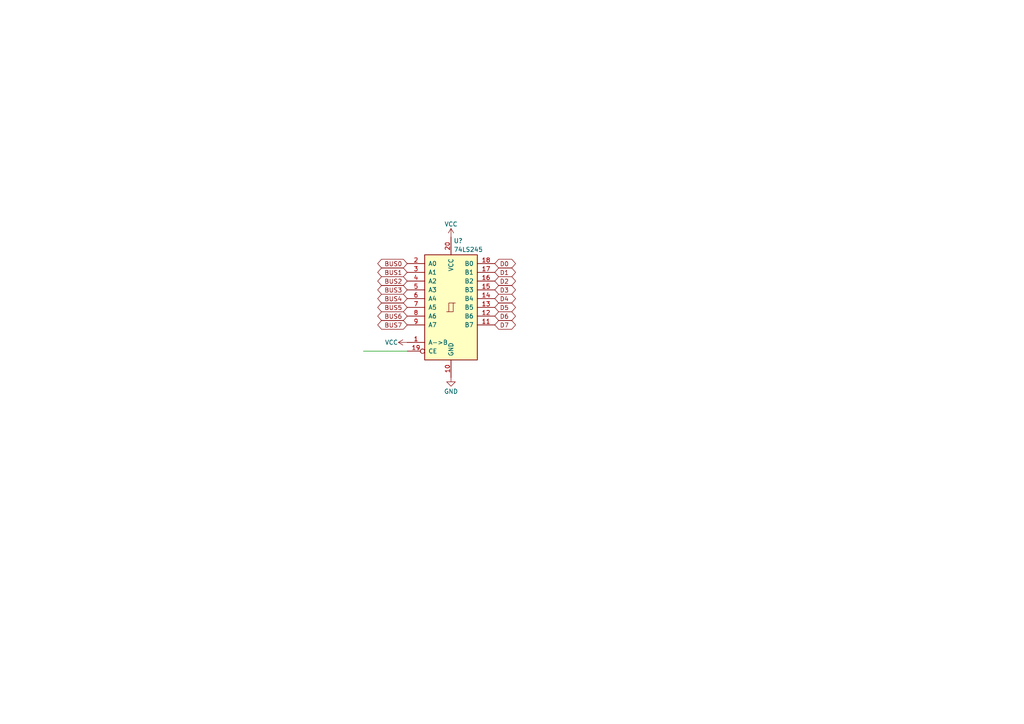
<source format=kicad_sch>
(kicad_sch (version 20211123) (generator eeschema)
  (paper "A4")
  (lib_symbols
    (symbol "74xx:74LS245" (pin_names (offset 1.016))
      (property "Reference" "U" (at -7.62 16.51 0))
      (property "Value" "74LS245" (at -7.62 -16.51 0))
      (symbol "74LS245_1_0"
        (polyline (pts (xy -0.635 -1.27) (xy -0.635 1.27) (xy 0.635 1.27)))
        (polyline (pts (xy -1.27 -1.27) (xy 0.635 -1.27) (xy 0.635 1.27) (xy 1.27 1.27)))
        (pin input line (at -12.7 -10.16 0) (length 5.08) (name "A->B") (number "1"))
        (pin power_in line (at 0 -20.32 90) (length 5.08) (name "GND") (number "10"))
        (pin tri_state line (at 12.7 -5.08 180) (length 5.08) (name "B7") (number "11"))
        (pin tri_state line (at 12.7 -2.54 180) (length 5.08) (name "B6") (number "12"))
        (pin tri_state line (at 12.7 0 180) (length 5.08) (name "B5") (number "13"))
        (pin tri_state line (at 12.7 2.54 180) (length 5.08) (name "B4") (number "14"))
        (pin tri_state line (at 12.7 5.08 180) (length 5.08) (name "B3") (number "15"))
        (pin tri_state line (at 12.7 7.62 180) (length 5.08) (name "B2") (number "16"))
        (pin tri_state line (at 12.7 10.16 180) (length 5.08) (name "B1") (number "17"))
        (pin tri_state line (at 12.7 12.7 180) (length 5.08) (name "B0") (number "18"))
        (pin input inverted (at -12.7 -12.7 0) (length 5.08) (name "CE") (number "19"))
        (pin tri_state line (at -12.7 12.7 0) (length 5.08) (name "A0") (number "2"))
        (pin power_in line (at 0 20.32 270) (length 5.08) (name "VCC") (number "20"))
        (pin tri_state line (at -12.7 10.16 0) (length 5.08) (name "A1") (number "3"))
        (pin tri_state line (at -12.7 7.62 0) (length 5.08) (name "A2") (number "4"))
        (pin tri_state line (at -12.7 5.08 0) (length 5.08) (name "A3") (number "5"))
        (pin tri_state line (at -12.7 2.54 0) (length 5.08) (name "A4") (number "6"))
        (pin tri_state line (at -12.7 0 0) (length 5.08) (name "A5") (number "7"))
        (pin tri_state line (at -12.7 -2.54 0) (length 5.08) (name "A6") (number "8"))
        (pin tri_state line (at -12.7 -5.08 0) (length 5.08) (name "A7") (number "9"))
      )
      (symbol "74LS245_1_1"
        (rectangle (start -7.62 15.24) (end 7.62 -15.24) (stroke (width 0.254)) (fill (type background)))
      )
    )
    (symbol "power:GND" (power) (pin_names (offset 0))
      (property "Value" "GND" (at 0 -3.81 0))
      (symbol "GND_0_1"
        (polyline (pts (xy 0 0) (xy 0 -1.27) (xy 1.27 -1.27) (xy 0 -2.54) (xy -1.27 -1.27) (xy 0 -1.27)))
      )
      (symbol "GND_1_1"
        (pin power_in line (at 0 0 270) (length 0) hide (name "GND") (number "1"))
      )
    )
    (symbol "power:VCC" (power) (pin_names (offset 0))
      (property "Value" "VCC" (at 0 3.81 0))
      (symbol "VCC_0_1"
        (polyline (pts (xy -0.762 1.27) (xy 0 2.54)))
        (polyline (pts (xy 0 0) (xy 0 2.54)))
        (polyline (pts (xy 0 2.54) (xy 0.762 1.27)))
      )
      (symbol "VCC_1_1"
        (pin power_in line (at 0 0 90) (length 0) hide (name "VCC") (number "1"))
      )
    )
  )
  (wire (pts (xy 105.41 101.854) (xy 118.11 101.854)))
  (global_label "D7" (shape tri_state) (at 143.51 94.234 0) (property "Intersheet References" "${INTERSHEET_REFS}" (effects hide)))
  (global_label "BUS2" (shape tri_state) (at 118.11 81.534 180) (property "Intersheet References" "${INTERSHEET_REFS}" (effects hide)))
  (global_label "BUS0" (shape tri_state) (at 118.11 76.454 180) (property "Intersheet References" "${INTERSHEET_REFS}" (effects hide)))
  (global_label "D5" (shape tri_state) (at 143.51 89.154 0) (property "Intersheet References" "${INTERSHEET_REFS}" (effects hide)))
  (global_label "D6" (shape tri_state) (at 143.51 91.694 0) (property "Intersheet References" "${INTERSHEET_REFS}" (effects hide)))
  (global_label "D3" (shape tri_state) (at 143.51 84.074 0) (property "Intersheet References" "${INTERSHEET_REFS}" (effects hide)))
  (global_label "BUS6" (shape tri_state) (at 118.11 91.694 180) (property "Intersheet References" "${INTERSHEET_REFS}" (effects hide)))
  (global_label "D2" (shape tri_state) (at 143.51 81.534 0) (property "Intersheet References" "${INTERSHEET_REFS}" (effects hide)))
  (global_label "BUS7" (shape tri_state) (at 118.11 94.234 180) (property "Intersheet References" "${INTERSHEET_REFS}" (effects hide)))
  (global_label "BUS3" (shape tri_state) (at 118.11 84.074 180) (property "Intersheet References" "${INTERSHEET_REFS}" (effects hide)))
  (global_label "D4" (shape tri_state) (at 143.51 86.614 0) (property "Intersheet References" "${INTERSHEET_REFS}" (effects hide)))
  (global_label "BUS4" (shape tri_state) (at 118.11 86.614 180) (property "Intersheet References" "${INTERSHEET_REFS}" (effects hide)))
  (global_label "BUS5" (shape tri_state) (at 118.11 89.154 180) (property "Intersheet References" "${INTERSHEET_REFS}" (effects hide)))
  (global_label "D0" (shape tri_state) (at 143.51 76.454 0) (property "Intersheet References" "${INTERSHEET_REFS}" (effects hide)))
  (global_label "D1" (shape tri_state) (at 143.51 78.994 0) (property "Intersheet References" "${INTERSHEET_REFS}" (effects hide)))
  (global_label "BUS1" (shape tri_state) (at 118.11 78.994 180) (property "Intersheet References" "${INTERSHEET_REFS}" (effects hide)))
  (symbol (lib_id "74xx:74LS245") (at 130.81 89.154 0) (unit 1)
    (property "Reference" "U?" (at 131.572 69.85 0) (effects (justify left)))
    (property "Value" "74LS245" (at 131.572 72.39 0) (effects (justify left)))
    (property "Footprint" "Package_SO:SSOP-20_4.4x6.5mm_P0.65mm" (effects hide))
    (property "Datasheet" "http://www.ti.com/lit/gpn/sn74LS245" (effects hide))
  )
  (symbol (lib_id "power:VCC") (at 118.11 99.314 90) (unit 1)
    (property "Reference" "#PWR?" (effects hide))
    (property "Value" "VCC" (at 113.538 99.314 90))
  )
  (symbol (lib_id "power:VCC") (at 130.81 68.834 0) (unit 1)
    (property "Reference" "#PWR?" (effects hide))
    (property "Value" "VCC" (at 130.81 65.024 0))
  )
  (symbol (lib_id "power:GND") (at 130.81 109.474 0) (unit 1)
    (property "Reference" "#PWR?" (effects hide))
    (property "Value" "GND" (at 130.81 113.538 0))
  )
)
</source>
